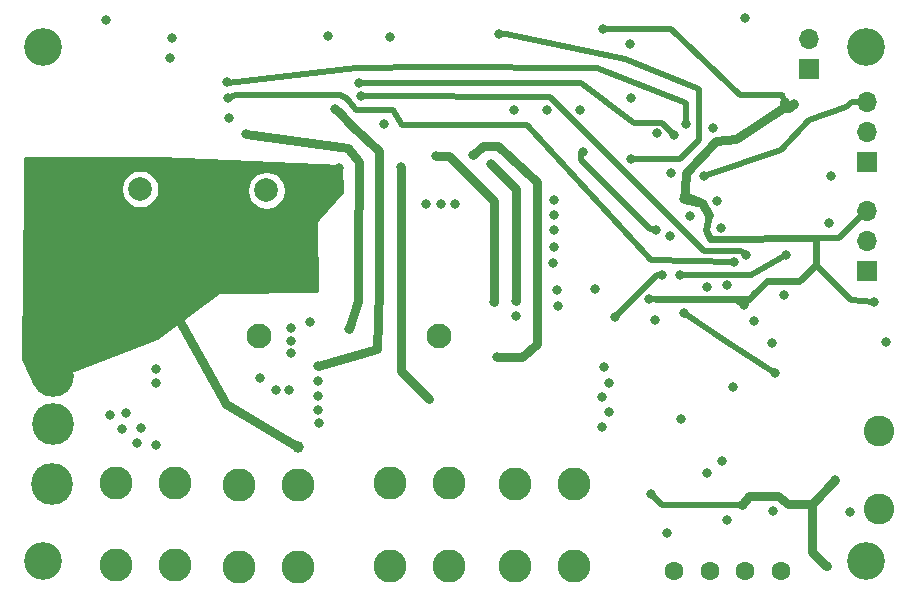
<source format=gbr>
G04 #@! TF.GenerationSoftware,KiCad,Pcbnew,5.1.5+dfsg1-2build2*
G04 #@! TF.CreationDate,2024-07-20T11:36:23-04:00*
G04 #@! TF.ProjectId,pypilot_controller,70797069-6c6f-4745-9f63-6f6e74726f6c,rev?*
G04 #@! TF.SameCoordinates,Original*
G04 #@! TF.FileFunction,Copper,L3,Inr*
G04 #@! TF.FilePolarity,Positive*
%FSLAX46Y46*%
G04 Gerber Fmt 4.6, Leading zero omitted, Abs format (unit mm)*
G04 Created by KiCad (PCBNEW 5.1.5+dfsg1-2build2) date 2024-07-20 11:36:23*
%MOMM*%
%LPD*%
G04 APERTURE LIST*
%ADD10C,3.540000*%
%ADD11O,1.700000X1.700000*%
%ADD12R,1.700000X1.700000*%
%ADD13C,1.600000*%
%ADD14C,2.100000*%
%ADD15C,0.100000*%
%ADD16C,2.000000*%
%ADD17C,2.800000*%
%ADD18C,3.200000*%
%ADD19C,2.600000*%
%ADD20C,0.800000*%
%ADD21C,1.000000*%
%ADD22C,0.800000*%
%ADD23C,0.500000*%
%ADD24C,0.600000*%
%ADD25C,0.254000*%
G04 APERTURE END LIST*
D10*
X6150000Y-36470000D03*
X6050000Y-41550000D03*
X6150000Y-32410000D03*
X6150000Y-27330000D03*
D11*
X75057000Y-18491200D03*
X75057000Y-21031200D03*
D12*
X75057000Y-23571200D03*
X75082400Y-14325600D03*
D11*
X75082400Y-11785600D03*
X75082400Y-9245600D03*
D12*
X70169800Y-6448800D03*
D11*
X70169800Y-3908800D03*
D13*
X67741800Y-48920400D03*
X64741800Y-48920400D03*
X61741800Y-48920400D03*
X58741800Y-48920400D03*
D14*
X23616600Y-29032200D03*
X38836600Y-29032200D03*
G04 #@! TA.AperFunction,ViaPad*
D15*
G36*
X9982200Y-21556414D02*
G01*
X8567986Y-20142200D01*
X9982200Y-18727986D01*
X11396414Y-20142200D01*
X9982200Y-21556414D01*
G37*
G04 #@! TD.AperFunction*
D16*
X13517734Y-16606666D03*
X24211134Y-16733666D03*
G04 #@! TA.AperFunction,ViaPad*
D15*
G36*
X20675600Y-21683414D02*
G01*
X19261386Y-20269200D01*
X20675600Y-18854986D01*
X22089814Y-20269200D01*
X20675600Y-21683414D01*
G37*
G04 #@! TD.AperFunction*
D17*
X11444600Y-41483400D03*
X16444600Y-41483400D03*
X11444600Y-48483400D03*
X16444600Y-48483400D03*
X21920200Y-41630600D03*
X26920200Y-41630600D03*
X21920200Y-48630600D03*
X26920200Y-48630600D03*
X50237400Y-48564800D03*
X45237400Y-48564800D03*
X50237400Y-41564800D03*
X45237400Y-41564800D03*
X34649400Y-41529000D03*
X39649400Y-41529000D03*
X34649400Y-48529000D03*
X39649400Y-48529000D03*
D18*
X75000000Y-48100000D03*
X75000000Y-4600000D03*
X5300000Y-48100000D03*
X5300000Y-4600000D03*
D19*
X76047600Y-37084000D03*
X76047600Y-43738800D03*
D20*
X62397400Y-17632000D03*
X26150000Y-33650000D03*
X23650000Y-32650000D03*
X26250000Y-29450000D03*
X26250000Y-28350000D03*
X26250000Y-30500000D03*
X25050000Y-33650000D03*
X65532000Y-27762200D03*
X71882000Y-19456400D03*
X72034400Y-15544800D03*
X54991000Y-4318000D03*
X55041800Y-8890000D03*
X62712341Y-19879014D03*
X16179800Y-3860800D03*
X21031200Y-10565536D03*
X34137600Y-11074400D03*
X29387800Y-3632200D03*
X45212000Y-9956800D03*
X16052800Y-5486400D03*
X60045600Y-18872200D03*
X62047400Y-11455400D03*
X40150000Y-17850000D03*
D21*
X26900000Y-38450000D03*
D20*
X48550000Y-20100000D03*
X48550000Y-18800000D03*
X48550000Y-17550000D03*
X27950000Y-24650000D03*
X37700000Y-17900000D03*
X48550000Y-21500000D03*
X26950000Y-24650000D03*
X25850000Y-24650000D03*
X29133800Y-15748000D03*
X30350000Y-16650000D03*
X30350000Y-14850000D03*
X48500000Y-22900000D03*
X16850000Y-24700000D03*
X16000000Y-26200000D03*
X38950000Y-17850000D03*
X34692388Y-3712412D03*
X61247400Y-15482000D03*
X57297400Y-11832000D03*
X68021200Y-25603200D03*
X55097400Y-14032000D03*
X43916600Y-3505200D03*
X67056000Y-29641800D03*
X67310000Y-32207200D03*
X59563000Y-27076400D03*
X76682600Y-29591000D03*
X58454899Y-15274501D03*
X52047400Y-25107000D03*
X58343800Y-20548600D03*
X59207400Y-23932000D03*
X68224400Y-22174200D03*
X63703200Y-33401000D03*
X61518800Y-24917400D03*
X50750000Y-9950000D03*
X37950000Y-34425000D03*
X35585400Y-14757400D03*
X22504400Y-11988800D03*
X31242000Y-28498800D03*
X43450000Y-26150000D03*
X38582600Y-13817600D03*
X47931200Y-9915000D03*
X57099200Y-27686000D03*
X63195200Y-24714200D03*
X59747400Y-11082000D03*
X20904200Y-7569200D03*
X63797400Y-22832000D03*
X20955000Y-8915400D03*
X28650000Y-36450000D03*
X28600000Y-31600000D03*
X28600000Y-32850000D03*
X28600000Y-34100000D03*
X28600000Y-35300000D03*
X30048200Y-9829800D03*
X48900000Y-26500000D03*
X52650000Y-36750000D03*
X53250000Y-35450000D03*
X52650000Y-34250000D03*
X53250000Y-33075000D03*
X52750000Y-31650000D03*
X48850000Y-25150000D03*
X45350000Y-26050000D03*
X45350000Y-27350000D03*
X43256200Y-14528800D03*
X64797400Y-22232000D03*
X32232600Y-8712200D03*
X58731088Y-12031160D03*
X32054800Y-7620000D03*
X50977800Y-13436600D03*
X57175400Y-20091400D03*
X57683400Y-23876000D03*
X53722400Y-27407000D03*
X27914600Y-27863800D03*
X43700000Y-30845000D03*
X41706800Y-13766800D03*
X10642600Y-2260600D03*
X64693800Y-2159000D03*
X61686508Y-18792892D03*
X64617600Y-26390600D03*
X56616600Y-25933400D03*
X68097400Y-9220200D03*
X59596300Y-17483100D03*
X68859400Y-9372600D03*
X75615800Y-26187400D03*
X52730400Y-3073400D03*
X13550000Y-36850000D03*
X12350000Y-35550000D03*
X14850000Y-31825000D03*
X11950000Y-36950000D03*
X10950000Y-35750000D03*
X14850000Y-33050000D03*
X13250000Y-38150000D03*
X14850000Y-38250000D03*
X73660000Y-43916600D03*
X67081400Y-43842700D03*
X61493400Y-40640000D03*
X59309000Y-36118800D03*
X63169800Y-44602400D03*
X62814200Y-39674800D03*
X58115200Y-45770800D03*
X68402200Y-43281600D03*
X72372400Y-41282800D03*
X64465200Y-43357800D03*
X56792100Y-42420300D03*
X71704200Y-48539400D03*
D22*
X20750000Y-34850000D02*
X16000000Y-26200000D01*
X26900000Y-38450000D02*
X20750000Y-34850000D01*
D23*
X73787000Y-9245600D02*
X75082400Y-9245600D01*
X73304400Y-9677400D02*
X73787000Y-9245600D01*
X67792600Y-13335000D02*
X70180200Y-10769600D01*
X70180200Y-10769600D02*
X73304400Y-9677400D01*
X61247400Y-15482000D02*
X67792600Y-13335000D01*
X59196200Y-14032000D02*
X55097400Y-14032000D01*
X60807600Y-12420600D02*
X59196200Y-14032000D01*
X60807600Y-8153400D02*
X60807600Y-12420600D01*
X54559200Y-5562600D02*
X60807600Y-8153400D01*
X44519486Y-3467999D02*
X54559200Y-5562600D01*
X44482285Y-3505200D02*
X44519486Y-3467999D01*
X43916600Y-3505200D02*
X44482285Y-3505200D01*
X63246000Y-29565600D02*
X67310000Y-32207200D01*
X59563000Y-27076400D02*
X63246000Y-29565600D01*
X65201800Y-23850600D02*
X68224400Y-22174200D01*
X59773085Y-23932000D02*
X60147200Y-23850600D01*
X60147200Y-23850600D02*
X65201800Y-23850600D01*
X59207400Y-23932000D02*
X59773085Y-23932000D01*
D22*
X37950000Y-34425000D02*
X35585400Y-32060400D01*
X35585400Y-32060400D02*
X35585400Y-14757400D01*
X31115000Y-13131800D02*
X22504400Y-11988800D01*
X32029400Y-14351000D02*
X31115000Y-13131800D01*
X31978600Y-22479000D02*
X32029400Y-14351000D01*
X31953200Y-26111200D02*
X31978600Y-22479000D01*
X31242000Y-28498800D02*
X31953200Y-26111200D01*
X43450000Y-26150000D02*
X43450000Y-17618200D01*
X39649400Y-13817600D02*
X38582600Y-13817600D01*
X43450000Y-17618200D02*
X39649400Y-13817600D01*
D23*
X20955000Y-7620000D02*
X20904200Y-7569200D01*
X20980400Y-7620000D02*
X20955000Y-7620000D01*
X38074600Y-6299200D02*
X31800800Y-6350000D01*
X31800800Y-6350000D02*
X20980400Y-7620000D01*
X52222400Y-6324600D02*
X38074600Y-6299200D01*
X59750000Y-9350000D02*
X52222400Y-6324600D01*
X59747400Y-11082000D02*
X59750000Y-9350000D01*
X21615400Y-8636000D02*
X20955000Y-8915400D01*
X30454600Y-8686800D02*
X21615400Y-8636000D01*
X30911800Y-8915400D02*
X30454600Y-8686800D01*
X31800800Y-9931400D02*
X31216600Y-9169400D01*
X34899600Y-9931400D02*
X31800800Y-9931400D01*
X35687000Y-11176000D02*
X34899600Y-9931400D01*
X46304200Y-11176000D02*
X35687000Y-11176000D01*
X56743600Y-22656800D02*
X46304200Y-11176000D01*
X31216600Y-9169400D02*
X30911800Y-8915400D01*
X63797400Y-22832000D02*
X56743600Y-22656800D01*
D22*
X33705800Y-25120600D02*
X33541600Y-30163400D01*
X33756600Y-20269200D02*
X33705800Y-25120600D01*
X33756600Y-16967200D02*
X33756600Y-20269200D01*
X33731200Y-13360400D02*
X33756600Y-16967200D01*
X31394400Y-11150600D02*
X33731200Y-13360400D01*
X33541600Y-30163400D02*
X28600000Y-31600000D01*
X30327600Y-10065285D02*
X31394400Y-11150600D01*
X30048200Y-9829800D02*
X30327600Y-10065285D01*
X45350000Y-16622600D02*
X45350000Y-26050000D01*
X43256200Y-14528800D02*
X45350000Y-16622600D01*
D23*
X64397401Y-21832001D02*
X64797400Y-22232000D01*
X61255403Y-21832001D02*
X64397401Y-21832001D01*
X48209200Y-8813800D02*
X61255403Y-21832001D01*
X32232600Y-8712200D02*
X48209200Y-8813800D01*
X58331089Y-11631161D02*
X58731088Y-12031160D01*
X57681927Y-10981999D02*
X58331089Y-11631161D01*
X55305401Y-10981999D02*
X57681927Y-10981999D01*
X50825400Y-7620000D02*
X55305401Y-10981999D01*
X32054800Y-7620000D02*
X50825400Y-7620000D01*
X57175400Y-20091400D02*
X56711420Y-20015451D01*
X56711420Y-20015451D02*
X50850800Y-14154831D01*
X50850800Y-14154831D02*
X50850800Y-13563600D01*
X57253400Y-23876000D02*
X57683400Y-23876000D01*
X53722400Y-27407000D02*
X57253400Y-23876000D01*
D22*
X42545000Y-12928600D02*
X41706800Y-13766800D01*
X43840400Y-12928600D02*
X42545000Y-12928600D01*
X47117000Y-16027400D02*
X43840400Y-12928600D01*
X47117000Y-29743400D02*
X47117000Y-16027400D01*
X45853250Y-30846750D02*
X47117000Y-29743400D01*
X43700000Y-30845000D02*
X45853250Y-30846750D01*
D23*
X72659999Y-20800001D02*
X74650000Y-18810000D01*
D24*
X70720544Y-20795656D02*
X70720544Y-23019344D01*
D23*
X70720544Y-20795656D02*
X72659999Y-20800001D01*
D24*
X69302681Y-24437207D02*
X66570993Y-24437207D01*
X70720544Y-23019344D02*
X69302681Y-24437207D01*
D23*
X57200800Y-25933400D02*
X56616600Y-25933400D01*
D24*
X63830200Y-25908000D02*
X57200800Y-25933400D01*
D23*
X64617600Y-26390600D02*
X63830200Y-25908000D01*
D22*
X62259399Y-12573000D02*
X59740800Y-15290800D01*
X63982600Y-12344400D02*
X62259399Y-12573000D01*
X59740800Y-15290800D02*
X59655985Y-16577585D01*
X59655985Y-16577585D02*
X59596300Y-17483100D01*
X67938599Y-9772599D02*
X67919600Y-9753600D01*
X68859400Y-9372600D02*
X68459401Y-9772599D01*
X68459401Y-9772599D02*
X67938599Y-9772599D01*
X67919600Y-9753600D02*
X63982600Y-12344400D01*
X68097400Y-9220200D02*
X67919600Y-9753600D01*
D23*
X73736200Y-26035000D02*
X70720544Y-23019344D01*
X75615800Y-26187400D02*
X73736200Y-26035000D01*
D22*
X61112400Y-17754600D02*
X61686508Y-18792892D01*
X61112400Y-17754600D02*
X59596300Y-17483100D01*
X59655985Y-17187185D02*
X61112400Y-17754600D01*
X59655985Y-16577585D02*
X59655985Y-17187185D01*
D24*
X65074800Y-25908000D02*
X65684400Y-25298400D01*
X63830200Y-25908000D02*
X65074800Y-25908000D01*
D23*
X65684400Y-25298400D02*
X64617600Y-26390600D01*
D24*
X66570993Y-24437207D02*
X65684400Y-25298400D01*
X61798200Y-20828000D02*
X70720544Y-20795656D01*
X61442600Y-20116800D02*
X61798200Y-20828000D01*
X61686508Y-18792892D02*
X61442600Y-20116800D01*
D23*
X67894200Y-8610600D02*
X68097400Y-9220200D01*
X64338200Y-8610600D02*
X67894200Y-8610600D01*
X58445400Y-3098800D02*
X64338200Y-8610600D01*
X52730400Y-3073400D02*
X58445400Y-3098800D01*
D22*
X70373600Y-43281600D02*
X72372400Y-41282800D01*
X68402200Y-43281600D02*
X70373600Y-43281600D01*
D23*
X57729600Y-43357800D02*
X56792100Y-42420300D01*
X64465200Y-43357800D02*
X57729600Y-43357800D01*
D22*
X70373600Y-43281600D02*
X70373600Y-47335800D01*
X71577200Y-48539400D02*
X71704200Y-48539400D01*
X70373600Y-47335800D02*
X71577200Y-48539400D01*
X67487800Y-42621200D02*
X68402200Y-43281600D01*
X65074800Y-42621200D02*
X67487800Y-42621200D01*
X64465200Y-43357800D02*
X65074800Y-42621200D01*
D25*
G36*
X15186724Y-13995391D02*
G01*
X21076853Y-14198498D01*
X30535795Y-14650119D01*
X30630302Y-16894655D01*
X28456418Y-19264143D01*
X28441466Y-19284050D01*
X28430685Y-19306491D01*
X28424490Y-19330604D01*
X28423018Y-19352116D01*
X28520892Y-25224528D01*
X20248488Y-25323009D01*
X20223743Y-25325744D01*
X20200006Y-25333254D01*
X20174114Y-25348165D01*
X14988279Y-29212610D01*
X4616074Y-33163926D01*
X3627294Y-30998027D01*
X3782058Y-16445633D01*
X11882734Y-16445633D01*
X11882734Y-16767699D01*
X11945566Y-17083578D01*
X12068816Y-17381129D01*
X12247747Y-17648918D01*
X12475482Y-17876653D01*
X12743271Y-18055584D01*
X13040822Y-18178834D01*
X13356701Y-18241666D01*
X13678767Y-18241666D01*
X13994646Y-18178834D01*
X14292197Y-18055584D01*
X14559986Y-17876653D01*
X14787721Y-17648918D01*
X14966652Y-17381129D01*
X15089902Y-17083578D01*
X15152734Y-16767699D01*
X15152734Y-16572633D01*
X22576134Y-16572633D01*
X22576134Y-16894699D01*
X22638966Y-17210578D01*
X22762216Y-17508129D01*
X22941147Y-17775918D01*
X23168882Y-18003653D01*
X23436671Y-18182584D01*
X23734222Y-18305834D01*
X24050101Y-18368666D01*
X24372167Y-18368666D01*
X24688046Y-18305834D01*
X24985597Y-18182584D01*
X25253386Y-18003653D01*
X25481121Y-17775918D01*
X25660052Y-17508129D01*
X25783302Y-17210578D01*
X25846134Y-16894699D01*
X25846134Y-16572633D01*
X25783302Y-16256754D01*
X25660052Y-15959203D01*
X25481121Y-15691414D01*
X25253386Y-15463679D01*
X24985597Y-15284748D01*
X24688046Y-15161498D01*
X24372167Y-15098666D01*
X24050101Y-15098666D01*
X23734222Y-15161498D01*
X23436671Y-15284748D01*
X23168882Y-15463679D01*
X22941147Y-15691414D01*
X22762216Y-15959203D01*
X22638966Y-16256754D01*
X22576134Y-16572633D01*
X15152734Y-16572633D01*
X15152734Y-16445633D01*
X15089902Y-16129754D01*
X14966652Y-15832203D01*
X14787721Y-15564414D01*
X14559986Y-15336679D01*
X14292197Y-15157748D01*
X13994646Y-15034498D01*
X13678767Y-14971666D01*
X13356701Y-14971666D01*
X13040822Y-15034498D01*
X12743271Y-15157748D01*
X12475482Y-15336679D01*
X12247747Y-15564414D01*
X12068816Y-15832203D01*
X11945566Y-16129754D01*
X11882734Y-16445633D01*
X3782058Y-16445633D01*
X3808651Y-13945156D01*
X15186724Y-13995391D01*
G37*
X15186724Y-13995391D02*
X21076853Y-14198498D01*
X30535795Y-14650119D01*
X30630302Y-16894655D01*
X28456418Y-19264143D01*
X28441466Y-19284050D01*
X28430685Y-19306491D01*
X28424490Y-19330604D01*
X28423018Y-19352116D01*
X28520892Y-25224528D01*
X20248488Y-25323009D01*
X20223743Y-25325744D01*
X20200006Y-25333254D01*
X20174114Y-25348165D01*
X14988279Y-29212610D01*
X4616074Y-33163926D01*
X3627294Y-30998027D01*
X3782058Y-16445633D01*
X11882734Y-16445633D01*
X11882734Y-16767699D01*
X11945566Y-17083578D01*
X12068816Y-17381129D01*
X12247747Y-17648918D01*
X12475482Y-17876653D01*
X12743271Y-18055584D01*
X13040822Y-18178834D01*
X13356701Y-18241666D01*
X13678767Y-18241666D01*
X13994646Y-18178834D01*
X14292197Y-18055584D01*
X14559986Y-17876653D01*
X14787721Y-17648918D01*
X14966652Y-17381129D01*
X15089902Y-17083578D01*
X15152734Y-16767699D01*
X15152734Y-16572633D01*
X22576134Y-16572633D01*
X22576134Y-16894699D01*
X22638966Y-17210578D01*
X22762216Y-17508129D01*
X22941147Y-17775918D01*
X23168882Y-18003653D01*
X23436671Y-18182584D01*
X23734222Y-18305834D01*
X24050101Y-18368666D01*
X24372167Y-18368666D01*
X24688046Y-18305834D01*
X24985597Y-18182584D01*
X25253386Y-18003653D01*
X25481121Y-17775918D01*
X25660052Y-17508129D01*
X25783302Y-17210578D01*
X25846134Y-16894699D01*
X25846134Y-16572633D01*
X25783302Y-16256754D01*
X25660052Y-15959203D01*
X25481121Y-15691414D01*
X25253386Y-15463679D01*
X24985597Y-15284748D01*
X24688046Y-15161498D01*
X24372167Y-15098666D01*
X24050101Y-15098666D01*
X23734222Y-15161498D01*
X23436671Y-15284748D01*
X23168882Y-15463679D01*
X22941147Y-15691414D01*
X22762216Y-15959203D01*
X22638966Y-16256754D01*
X22576134Y-16572633D01*
X15152734Y-16572633D01*
X15152734Y-16445633D01*
X15089902Y-16129754D01*
X14966652Y-15832203D01*
X14787721Y-15564414D01*
X14559986Y-15336679D01*
X14292197Y-15157748D01*
X13994646Y-15034498D01*
X13678767Y-14971666D01*
X13356701Y-14971666D01*
X13040822Y-15034498D01*
X12743271Y-15157748D01*
X12475482Y-15336679D01*
X12247747Y-15564414D01*
X12068816Y-15832203D01*
X11945566Y-16129754D01*
X11882734Y-16445633D01*
X3782058Y-16445633D01*
X3808651Y-13945156D01*
X15186724Y-13995391D01*
M02*

</source>
